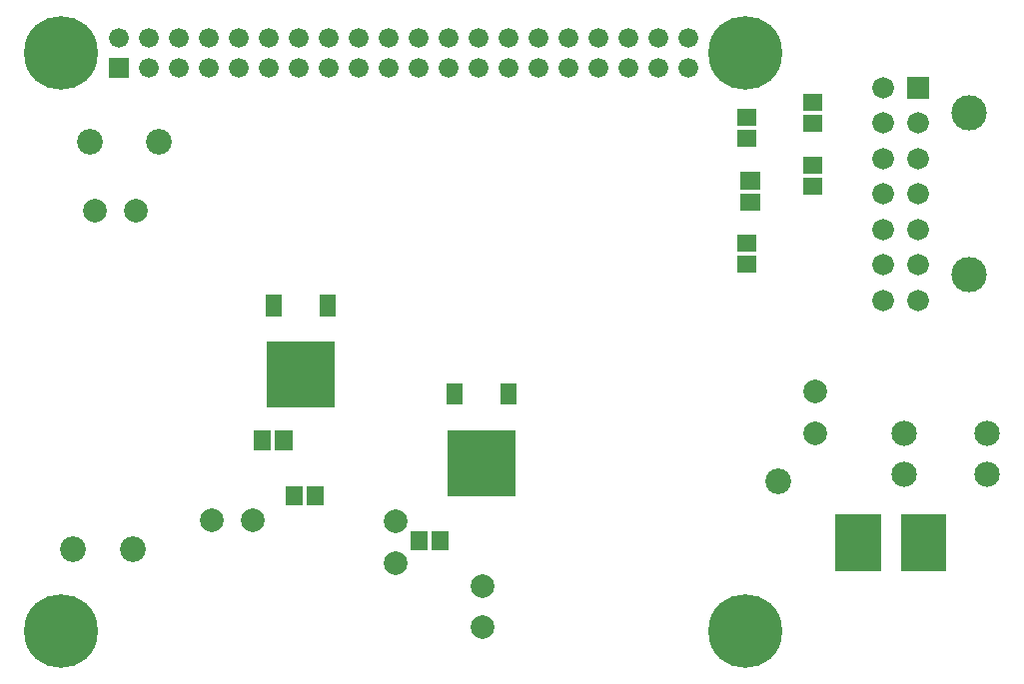
<source format=gbr>
G04 start of page 9 for group -4062 idx -4062 *
G04 Title: RspPiPS, soldermask *
G04 Creator: pcb 4.0.2 *
G04 CreationDate: Thu Dec 16 04:25:21 2021 UTC *
G04 For: austin *
G04 Format: Gerber/RS-274X *
G04 PCB-Dimensions (mil): 10000.00 10000.00 *
G04 PCB-Coordinate-Origin: lower left *
%MOIN*%
%FSLAX25Y25*%
%LNBOTTOMMASK*%
%ADD104C,0.0660*%
%ADD103C,0.0846*%
%ADD102C,0.0860*%
%ADD101C,0.0787*%
%ADD100C,0.1181*%
%ADD99C,0.0720*%
%ADD98C,0.0001*%
%ADD97C,0.2461*%
G54D97*X383858Y761811D03*
G54D98*G36*
X437861Y753746D02*Y746546D01*
X445061D01*
Y753746D01*
X437861D01*
G37*
G54D99*X441461Y738335D03*
Y726524D03*
Y714713D03*
Y702902D03*
Y691091D03*
Y679280D03*
G54D100*X458469Y687783D03*
G54D99*X429650Y750146D03*
Y738335D03*
G54D100*X458469Y741720D03*
G54D99*X429650Y726524D03*
Y714713D03*
Y702902D03*
Y691091D03*
Y679280D03*
G54D97*X383858Y568898D03*
G54D101*X267000Y605390D03*
Y591610D03*
X295949Y583768D03*
Y569988D03*
G54D102*X394736Y618866D03*
G54D101*X407236Y648756D03*
Y634976D03*
G54D103*X436736Y621189D03*
X464295D03*
Y634969D03*
X436736D03*
G54D97*X155512Y761811D03*
G54D98*G36*
X171400Y760100D02*Y753500D01*
X178000D01*
Y760100D01*
X171400D01*
G37*
G54D104*X174700Y766800D03*
X184700Y756800D03*
Y766800D03*
G54D102*X188000Y732000D03*
G54D101*X180535Y709276D03*
X166756D03*
G54D102*X164961Y732283D03*
G54D97*X155512Y568898D03*
G54D101*X219425Y605799D03*
X205646D03*
G54D102*X159500Y596000D03*
X179500D03*
G54D104*X194700Y756800D03*
X204700D03*
X214700D03*
X194700Y766800D03*
X204700D03*
X214700D03*
X224700Y756800D03*
X234700D03*
X244700D03*
X254700D03*
X224700Y766800D03*
X234700D03*
X244700D03*
X254700D03*
X264700Y756800D03*
X274700D03*
X284700D03*
X264700Y766800D03*
X274700D03*
X284700D03*
X294700D03*
X304700D03*
X314700D03*
X294700Y756800D03*
X304700D03*
X314700D03*
X324700D03*
Y766800D03*
X334700Y756800D03*
X344700D03*
X354700D03*
X364700D03*
X334700Y766800D03*
X344700D03*
X354700D03*
X364700D03*
G54D98*G36*
X229033Y681031D02*X223833D01*
Y673831D01*
X229033D01*
Y681031D01*
G37*
G36*
X247033D02*X241833D01*
Y673831D01*
X247033D01*
Y681031D01*
G37*
G36*
X224183Y665331D02*Y643331D01*
X246683D01*
Y665331D01*
X224183D01*
G37*
G36*
X225536Y635806D02*X219818D01*
Y629302D01*
X225536D01*
Y635806D01*
G37*
G36*
X232622D02*X226904D01*
Y629302D01*
X232622D01*
Y635806D01*
G37*
G36*
X243182Y617299D02*X237464D01*
Y610795D01*
X243182D01*
Y617299D01*
G37*
G36*
X236096D02*X230378D01*
Y610795D01*
X236096D01*
Y617299D01*
G37*
G36*
X284419Y635927D02*Y613927D01*
X306919D01*
Y635927D01*
X284419D01*
G37*
G36*
X289269Y651627D02*X284069D01*
Y644427D01*
X289269D01*
Y651627D01*
G37*
G36*
X307269D02*X302069D01*
Y644427D01*
X307269D01*
Y651627D01*
G37*
G36*
X284902Y602252D02*X279184D01*
Y595748D01*
X284902D01*
Y602252D01*
G37*
G36*
X277816D02*X272098D01*
Y595748D01*
X277816D01*
Y602252D01*
G37*
G36*
X428986Y607916D02*X413886D01*
Y588816D01*
X428986D01*
Y607916D01*
G37*
G36*
X450786D02*X435686D01*
Y588816D01*
X450786D01*
Y607916D01*
G37*
G36*
X382167Y714926D02*Y709208D01*
X388671D01*
Y714926D01*
X382167D01*
G37*
G36*
Y722012D02*Y716294D01*
X388671D01*
Y722012D01*
X382167D01*
G37*
G36*
X403047Y727268D02*Y721550D01*
X409551D01*
Y727268D01*
X403047D01*
G37*
G36*
Y720182D02*Y714464D01*
X409551D01*
Y720182D01*
X403047D01*
G37*
G36*
Y741048D02*Y735330D01*
X409551D01*
Y741048D01*
X403047D01*
G37*
G36*
Y748134D02*Y742416D01*
X409551D01*
Y748134D01*
X403047D01*
G37*
G36*
X380986Y736186D02*Y730468D01*
X387490D01*
Y736186D01*
X380986D01*
G37*
G36*
Y743272D02*Y737554D01*
X387490D01*
Y743272D01*
X380986D01*
G37*
G36*
Y694060D02*Y688342D01*
X387490D01*
Y694060D01*
X380986D01*
G37*
G36*
Y701146D02*Y695428D01*
X387490D01*
Y701146D01*
X380986D01*
G37*
M02*

</source>
